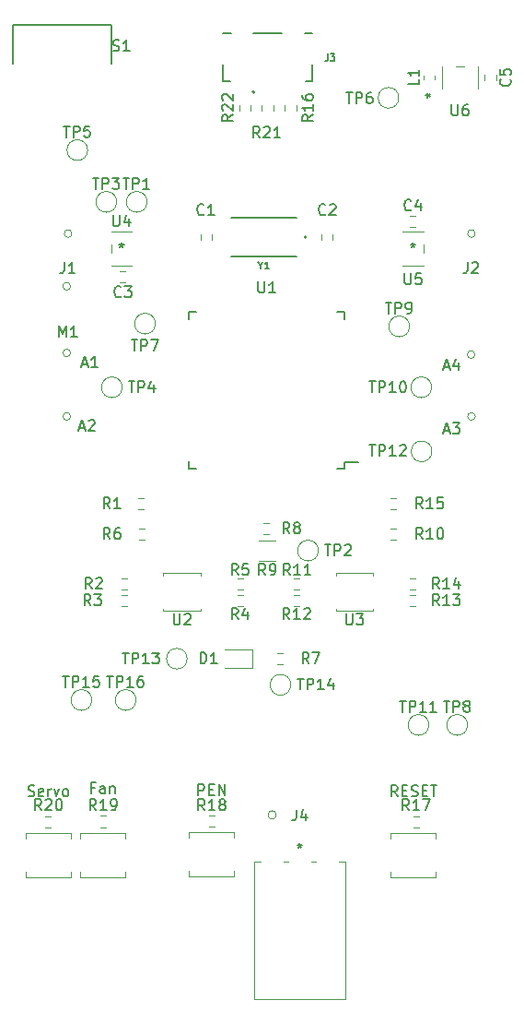
<source format=gbr>
%TF.GenerationSoftware,KiCad,Pcbnew,(6.0.6)*%
%TF.CreationDate,2022-08-01T23:51:54-07:00*%
%TF.ProjectId,Smart Floor Register,536d6172-7420-4466-9c6f-6f7220526567,rev?*%
%TF.SameCoordinates,Original*%
%TF.FileFunction,Legend,Top*%
%TF.FilePolarity,Positive*%
%FSLAX46Y46*%
G04 Gerber Fmt 4.6, Leading zero omitted, Abs format (unit mm)*
G04 Created by KiCad (PCBNEW (6.0.6)) date 2022-08-01 23:51:54*
%MOMM*%
%LPD*%
G01*
G04 APERTURE LIST*
%ADD10C,0.150000*%
%ADD11C,0.120000*%
%ADD12C,0.127000*%
%ADD13C,0.200000*%
G04 APERTURE END LIST*
D10*
%TO.C,R4*%
X121086231Y-122626380D02*
X120752898Y-122150190D01*
X120514802Y-122626380D02*
X120514802Y-121626380D01*
X120895755Y-121626380D01*
X120990993Y-121674000D01*
X121038612Y-121721619D01*
X121086231Y-121816857D01*
X121086231Y-121959714D01*
X121038612Y-122054952D01*
X120990993Y-122102571D01*
X120895755Y-122150190D01*
X120514802Y-122150190D01*
X121943374Y-121959714D02*
X121943374Y-122626380D01*
X121705278Y-121578761D02*
X121467183Y-122293047D01*
X122086231Y-122293047D01*
%TO.C,TP8*%
X139962095Y-130138380D02*
X140533523Y-130138380D01*
X140247809Y-131138380D02*
X140247809Y-130138380D01*
X140866857Y-131138380D02*
X140866857Y-130138380D01*
X141247809Y-130138380D01*
X141343047Y-130186000D01*
X141390666Y-130233619D01*
X141438285Y-130328857D01*
X141438285Y-130471714D01*
X141390666Y-130566952D01*
X141343047Y-130614571D01*
X141247809Y-130662190D01*
X140866857Y-130662190D01*
X142009714Y-130566952D02*
X141914476Y-130519333D01*
X141866857Y-130471714D01*
X141819238Y-130376476D01*
X141819238Y-130328857D01*
X141866857Y-130233619D01*
X141914476Y-130186000D01*
X142009714Y-130138380D01*
X142200190Y-130138380D01*
X142295428Y-130186000D01*
X142343047Y-130233619D01*
X142390666Y-130328857D01*
X142390666Y-130376476D01*
X142343047Y-130471714D01*
X142295428Y-130519333D01*
X142200190Y-130566952D01*
X142009714Y-130566952D01*
X141914476Y-130614571D01*
X141866857Y-130662190D01*
X141819238Y-130757428D01*
X141819238Y-130947904D01*
X141866857Y-131043142D01*
X141914476Y-131090761D01*
X142009714Y-131138380D01*
X142200190Y-131138380D01*
X142295428Y-131090761D01*
X142343047Y-131043142D01*
X142390666Y-130947904D01*
X142390666Y-130757428D01*
X142343047Y-130662190D01*
X142295428Y-130614571D01*
X142200190Y-130566952D01*
%TO.C,R12*%
X125804340Y-122626380D02*
X125471007Y-122150190D01*
X125232912Y-122626380D02*
X125232912Y-121626380D01*
X125613864Y-121626380D01*
X125709102Y-121674000D01*
X125756721Y-121721619D01*
X125804340Y-121816857D01*
X125804340Y-121959714D01*
X125756721Y-122054952D01*
X125709102Y-122102571D01*
X125613864Y-122150190D01*
X125232912Y-122150190D01*
X126756721Y-122626380D02*
X126185293Y-122626380D01*
X126471007Y-122626380D02*
X126471007Y-121626380D01*
X126375769Y-121769238D01*
X126280531Y-121864476D01*
X126185293Y-121912095D01*
X127137674Y-121721619D02*
X127185293Y-121674000D01*
X127280531Y-121626380D01*
X127518626Y-121626380D01*
X127613864Y-121674000D01*
X127661483Y-121721619D01*
X127709102Y-121816857D01*
X127709102Y-121912095D01*
X127661483Y-122054952D01*
X127090055Y-122626380D01*
X127709102Y-122626380D01*
%TO.C,R7*%
X127595333Y-126690380D02*
X127262000Y-126214190D01*
X127023904Y-126690380D02*
X127023904Y-125690380D01*
X127404857Y-125690380D01*
X127500095Y-125738000D01*
X127547714Y-125785619D01*
X127595333Y-125880857D01*
X127595333Y-126023714D01*
X127547714Y-126118952D01*
X127500095Y-126166571D01*
X127404857Y-126214190D01*
X127023904Y-126214190D01*
X127928666Y-125690380D02*
X128595333Y-125690380D01*
X128166761Y-126690380D01*
%TO.C,R8*%
X125817333Y-114752380D02*
X125484000Y-114276190D01*
X125245904Y-114752380D02*
X125245904Y-113752380D01*
X125626857Y-113752380D01*
X125722095Y-113800000D01*
X125769714Y-113847619D01*
X125817333Y-113942857D01*
X125817333Y-114085714D01*
X125769714Y-114180952D01*
X125722095Y-114228571D01*
X125626857Y-114276190D01*
X125245904Y-114276190D01*
X126388761Y-114180952D02*
X126293523Y-114133333D01*
X126245904Y-114085714D01*
X126198285Y-113990476D01*
X126198285Y-113942857D01*
X126245904Y-113847619D01*
X126293523Y-113800000D01*
X126388761Y-113752380D01*
X126579238Y-113752380D01*
X126674476Y-113800000D01*
X126722095Y-113847619D01*
X126769714Y-113942857D01*
X126769714Y-113990476D01*
X126722095Y-114085714D01*
X126674476Y-114133333D01*
X126579238Y-114180952D01*
X126388761Y-114180952D01*
X126293523Y-114228571D01*
X126245904Y-114276190D01*
X126198285Y-114371428D01*
X126198285Y-114561904D01*
X126245904Y-114657142D01*
X126293523Y-114704761D01*
X126388761Y-114752380D01*
X126579238Y-114752380D01*
X126674476Y-114704761D01*
X126722095Y-114657142D01*
X126769714Y-114561904D01*
X126769714Y-114371428D01*
X126722095Y-114276190D01*
X126674476Y-114228571D01*
X126579238Y-114180952D01*
%TO.C,TP13*%
X110436904Y-125702380D02*
X111008333Y-125702380D01*
X110722619Y-126702380D02*
X110722619Y-125702380D01*
X111341666Y-126702380D02*
X111341666Y-125702380D01*
X111722619Y-125702380D01*
X111817857Y-125750000D01*
X111865476Y-125797619D01*
X111913095Y-125892857D01*
X111913095Y-126035714D01*
X111865476Y-126130952D01*
X111817857Y-126178571D01*
X111722619Y-126226190D01*
X111341666Y-126226190D01*
X112865476Y-126702380D02*
X112294047Y-126702380D01*
X112579761Y-126702380D02*
X112579761Y-125702380D01*
X112484523Y-125845238D01*
X112389285Y-125940476D01*
X112294047Y-125988095D01*
X113198809Y-125702380D02*
X113817857Y-125702380D01*
X113484523Y-126083333D01*
X113627380Y-126083333D01*
X113722619Y-126130952D01*
X113770238Y-126178571D01*
X113817857Y-126273809D01*
X113817857Y-126511904D01*
X113770238Y-126607142D01*
X113722619Y-126654761D01*
X113627380Y-126702380D01*
X113341666Y-126702380D01*
X113246428Y-126654761D01*
X113198809Y-126607142D01*
%TO.C,R16*%
X127960380Y-76334857D02*
X127484190Y-76668190D01*
X127960380Y-76906285D02*
X126960380Y-76906285D01*
X126960380Y-76525333D01*
X127008000Y-76430095D01*
X127055619Y-76382476D01*
X127150857Y-76334857D01*
X127293714Y-76334857D01*
X127388952Y-76382476D01*
X127436571Y-76430095D01*
X127484190Y-76525333D01*
X127484190Y-76906285D01*
X127960380Y-75382476D02*
X127960380Y-75953904D01*
X127960380Y-75668190D02*
X126960380Y-75668190D01*
X127103238Y-75763428D01*
X127198476Y-75858666D01*
X127246095Y-75953904D01*
X126960380Y-74525333D02*
X126960380Y-74715809D01*
X127008000Y-74811047D01*
X127055619Y-74858666D01*
X127198476Y-74953904D01*
X127388952Y-75001523D01*
X127769904Y-75001523D01*
X127865142Y-74953904D01*
X127912761Y-74906285D01*
X127960380Y-74811047D01*
X127960380Y-74620571D01*
X127912761Y-74525333D01*
X127865142Y-74477714D01*
X127769904Y-74430095D01*
X127531809Y-74430095D01*
X127436571Y-74477714D01*
X127388952Y-74525333D01*
X127341333Y-74620571D01*
X127341333Y-74811047D01*
X127388952Y-74906285D01*
X127436571Y-74953904D01*
X127531809Y-75001523D01*
%TO.C,R13*%
X139565142Y-121356380D02*
X139231809Y-120880190D01*
X138993714Y-121356380D02*
X138993714Y-120356380D01*
X139374666Y-120356380D01*
X139469904Y-120404000D01*
X139517523Y-120451619D01*
X139565142Y-120546857D01*
X139565142Y-120689714D01*
X139517523Y-120784952D01*
X139469904Y-120832571D01*
X139374666Y-120880190D01*
X138993714Y-120880190D01*
X140517523Y-121356380D02*
X139946095Y-121356380D01*
X140231809Y-121356380D02*
X140231809Y-120356380D01*
X140136571Y-120499238D01*
X140041333Y-120594476D01*
X139946095Y-120642095D01*
X140850857Y-120356380D02*
X141469904Y-120356380D01*
X141136571Y-120737333D01*
X141279428Y-120737333D01*
X141374666Y-120784952D01*
X141422285Y-120832571D01*
X141469904Y-120927809D01*
X141469904Y-121165904D01*
X141422285Y-121261142D01*
X141374666Y-121308761D01*
X141279428Y-121356380D01*
X140993714Y-121356380D01*
X140898476Y-121308761D01*
X140850857Y-121261142D01*
%TO.C,TP11*%
X135929904Y-130138380D02*
X136501333Y-130138380D01*
X136215619Y-131138380D02*
X136215619Y-130138380D01*
X136834666Y-131138380D02*
X136834666Y-130138380D01*
X137215619Y-130138380D01*
X137310857Y-130186000D01*
X137358476Y-130233619D01*
X137406095Y-130328857D01*
X137406095Y-130471714D01*
X137358476Y-130566952D01*
X137310857Y-130614571D01*
X137215619Y-130662190D01*
X136834666Y-130662190D01*
X138358476Y-131138380D02*
X137787047Y-131138380D01*
X138072761Y-131138380D02*
X138072761Y-130138380D01*
X137977523Y-130281238D01*
X137882285Y-130376476D01*
X137787047Y-130424095D01*
X139310857Y-131138380D02*
X138739428Y-131138380D01*
X139025142Y-131138380D02*
X139025142Y-130138380D01*
X138929904Y-130281238D01*
X138834666Y-130376476D01*
X138739428Y-130424095D01*
%TO.C,S1*%
X109578532Y-70430183D02*
X109721494Y-70477837D01*
X109959763Y-70477837D01*
X110055071Y-70430183D01*
X110102725Y-70382529D01*
X110150379Y-70287221D01*
X110150379Y-70191913D01*
X110102725Y-70096605D01*
X110055071Y-70048951D01*
X109959763Y-70001298D01*
X109769148Y-69953644D01*
X109673840Y-69905990D01*
X109626186Y-69858336D01*
X109578532Y-69763028D01*
X109578532Y-69667720D01*
X109626186Y-69572412D01*
X109673840Y-69524759D01*
X109769148Y-69477105D01*
X110007417Y-69477105D01*
X110150379Y-69524759D01*
X111103457Y-70477837D02*
X110531610Y-70477837D01*
X110817534Y-70477837D02*
X110817534Y-69477105D01*
X110722226Y-69620066D01*
X110626918Y-69715374D01*
X110531610Y-69763028D01*
%TO.C,C5*%
X146059142Y-73064666D02*
X146106761Y-73112285D01*
X146154380Y-73255142D01*
X146154380Y-73350380D01*
X146106761Y-73493238D01*
X146011523Y-73588476D01*
X145916285Y-73636095D01*
X145725809Y-73683714D01*
X145582952Y-73683714D01*
X145392476Y-73636095D01*
X145297238Y-73588476D01*
X145202000Y-73493238D01*
X145154380Y-73350380D01*
X145154380Y-73255142D01*
X145202000Y-73112285D01*
X145249619Y-73064666D01*
X145154380Y-72159904D02*
X145154380Y-72636095D01*
X145630571Y-72683714D01*
X145582952Y-72636095D01*
X145535333Y-72540857D01*
X145535333Y-72302761D01*
X145582952Y-72207523D01*
X145630571Y-72159904D01*
X145725809Y-72112285D01*
X145963904Y-72112285D01*
X146059142Y-72159904D01*
X146106761Y-72207523D01*
X146154380Y-72302761D01*
X146154380Y-72540857D01*
X146106761Y-72636095D01*
X146059142Y-72683714D01*
%TO.C,TP2*%
X129040095Y-115784380D02*
X129611523Y-115784380D01*
X129325809Y-116784380D02*
X129325809Y-115784380D01*
X129944857Y-116784380D02*
X129944857Y-115784380D01*
X130325809Y-115784380D01*
X130421047Y-115832000D01*
X130468666Y-115879619D01*
X130516285Y-115974857D01*
X130516285Y-116117714D01*
X130468666Y-116212952D01*
X130421047Y-116260571D01*
X130325809Y-116308190D01*
X129944857Y-116308190D01*
X130897238Y-115879619D02*
X130944857Y-115832000D01*
X131040095Y-115784380D01*
X131278190Y-115784380D01*
X131373428Y-115832000D01*
X131421047Y-115879619D01*
X131468666Y-115974857D01*
X131468666Y-116070095D01*
X131421047Y-116212952D01*
X130849619Y-116784380D01*
X131468666Y-116784380D01*
%TO.C,C2*%
X129119333Y-85447142D02*
X129071714Y-85494761D01*
X128928857Y-85542380D01*
X128833619Y-85542380D01*
X128690761Y-85494761D01*
X128595523Y-85399523D01*
X128547904Y-85304285D01*
X128500285Y-85113809D01*
X128500285Y-84970952D01*
X128547904Y-84780476D01*
X128595523Y-84685238D01*
X128690761Y-84590000D01*
X128833619Y-84542380D01*
X128928857Y-84542380D01*
X129071714Y-84590000D01*
X129119333Y-84637619D01*
X129500285Y-84637619D02*
X129547904Y-84590000D01*
X129643142Y-84542380D01*
X129881238Y-84542380D01*
X129976476Y-84590000D01*
X130024095Y-84637619D01*
X130071714Y-84732857D01*
X130071714Y-84828095D01*
X130024095Y-84970952D01*
X129452666Y-85542380D01*
X130071714Y-85542380D01*
%TO.C,R11*%
X125849142Y-118562380D02*
X125515809Y-118086190D01*
X125277714Y-118562380D02*
X125277714Y-117562380D01*
X125658666Y-117562380D01*
X125753904Y-117610000D01*
X125801523Y-117657619D01*
X125849142Y-117752857D01*
X125849142Y-117895714D01*
X125801523Y-117990952D01*
X125753904Y-118038571D01*
X125658666Y-118086190D01*
X125277714Y-118086190D01*
X126801523Y-118562380D02*
X126230095Y-118562380D01*
X126515809Y-118562380D02*
X126515809Y-117562380D01*
X126420571Y-117705238D01*
X126325333Y-117800476D01*
X126230095Y-117848095D01*
X127753904Y-118562380D02*
X127182476Y-118562380D01*
X127468190Y-118562380D02*
X127468190Y-117562380D01*
X127372952Y-117705238D01*
X127277714Y-117800476D01*
X127182476Y-117848095D01*
%TO.C,R22*%
X120594380Y-76334857D02*
X120118190Y-76668190D01*
X120594380Y-76906285D02*
X119594380Y-76906285D01*
X119594380Y-76525333D01*
X119642000Y-76430095D01*
X119689619Y-76382476D01*
X119784857Y-76334857D01*
X119927714Y-76334857D01*
X120022952Y-76382476D01*
X120070571Y-76430095D01*
X120118190Y-76525333D01*
X120118190Y-76906285D01*
X119689619Y-75953904D02*
X119642000Y-75906285D01*
X119594380Y-75811047D01*
X119594380Y-75572952D01*
X119642000Y-75477714D01*
X119689619Y-75430095D01*
X119784857Y-75382476D01*
X119880095Y-75382476D01*
X120022952Y-75430095D01*
X120594380Y-76001523D01*
X120594380Y-75382476D01*
X119689619Y-75001523D02*
X119642000Y-74953904D01*
X119594380Y-74858666D01*
X119594380Y-74620571D01*
X119642000Y-74525333D01*
X119689619Y-74477714D01*
X119784857Y-74430095D01*
X119880095Y-74430095D01*
X120022952Y-74477714D01*
X120594380Y-75049142D01*
X120594380Y-74430095D01*
%TO.C,L1*%
X137706380Y-73064666D02*
X137706380Y-73540857D01*
X136706380Y-73540857D01*
X137706380Y-72207523D02*
X137706380Y-72778952D01*
X137706380Y-72493238D02*
X136706380Y-72493238D01*
X136849238Y-72588476D01*
X136944476Y-72683714D01*
X136992095Y-72778952D01*
%TO.C,C4*%
X136993333Y-85033142D02*
X136945714Y-85080761D01*
X136802857Y-85128380D01*
X136707619Y-85128380D01*
X136564761Y-85080761D01*
X136469523Y-84985523D01*
X136421904Y-84890285D01*
X136374285Y-84699809D01*
X136374285Y-84556952D01*
X136421904Y-84366476D01*
X136469523Y-84271238D01*
X136564761Y-84176000D01*
X136707619Y-84128380D01*
X136802857Y-84128380D01*
X136945714Y-84176000D01*
X136993333Y-84223619D01*
X137850476Y-84461714D02*
X137850476Y-85128380D01*
X137612380Y-84080761D02*
X137374285Y-84795047D01*
X137993333Y-84795047D01*
%TO.C,A4*%
X140001714Y-99480666D02*
X140477904Y-99480666D01*
X139906476Y-99766380D02*
X140239809Y-98766380D01*
X140573142Y-99766380D01*
X141335047Y-99099714D02*
X141335047Y-99766380D01*
X141096952Y-98718761D02*
X140858857Y-99433047D01*
X141477904Y-99433047D01*
%TO.C,R9*%
X123583333Y-118562380D02*
X123250000Y-118086190D01*
X123011904Y-118562380D02*
X123011904Y-117562380D01*
X123392857Y-117562380D01*
X123488095Y-117610000D01*
X123535714Y-117657619D01*
X123583333Y-117752857D01*
X123583333Y-117895714D01*
X123535714Y-117990952D01*
X123488095Y-118038571D01*
X123392857Y-118086190D01*
X123011904Y-118086190D01*
X124059523Y-118562380D02*
X124250000Y-118562380D01*
X124345238Y-118514761D01*
X124392857Y-118467142D01*
X124488095Y-118324285D01*
X124535714Y-118133809D01*
X124535714Y-117752857D01*
X124488095Y-117657619D01*
X124440476Y-117610000D01*
X124345238Y-117562380D01*
X124154761Y-117562380D01*
X124059523Y-117610000D01*
X124011904Y-117657619D01*
X123964285Y-117752857D01*
X123964285Y-117990952D01*
X124011904Y-118086190D01*
X124059523Y-118133809D01*
X124154761Y-118181428D01*
X124345238Y-118181428D01*
X124440476Y-118133809D01*
X124488095Y-118086190D01*
X124535714Y-117990952D01*
%TO.C,D1*%
X117625904Y-126690380D02*
X117625904Y-125690380D01*
X117864000Y-125690380D01*
X118006857Y-125738000D01*
X118102095Y-125833238D01*
X118149714Y-125928476D01*
X118197333Y-126118952D01*
X118197333Y-126261809D01*
X118149714Y-126452285D01*
X118102095Y-126547523D01*
X118006857Y-126642761D01*
X117864000Y-126690380D01*
X117625904Y-126690380D01*
X119149714Y-126690380D02*
X118578285Y-126690380D01*
X118864000Y-126690380D02*
X118864000Y-125690380D01*
X118768761Y-125833238D01*
X118673523Y-125928476D01*
X118578285Y-125976095D01*
%TO.C,TP1*%
X110498095Y-82132380D02*
X111069523Y-82132380D01*
X110783809Y-83132380D02*
X110783809Y-82132380D01*
X111402857Y-83132380D02*
X111402857Y-82132380D01*
X111783809Y-82132380D01*
X111879047Y-82180000D01*
X111926666Y-82227619D01*
X111974285Y-82322857D01*
X111974285Y-82465714D01*
X111926666Y-82560952D01*
X111879047Y-82608571D01*
X111783809Y-82656190D01*
X111402857Y-82656190D01*
X112926666Y-83132380D02*
X112355238Y-83132380D01*
X112640952Y-83132380D02*
X112640952Y-82132380D01*
X112545714Y-82275238D01*
X112450476Y-82370476D01*
X112355238Y-82418095D01*
%TO.C,A1*%
X106727714Y-99226666D02*
X107203904Y-99226666D01*
X106632476Y-99512380D02*
X106965809Y-98512380D01*
X107299142Y-99512380D01*
X108156285Y-99512380D02*
X107584857Y-99512380D01*
X107870571Y-99512380D02*
X107870571Y-98512380D01*
X107775333Y-98655238D01*
X107680095Y-98750476D01*
X107584857Y-98798095D01*
%TO.C,TP6*%
X131013095Y-74277380D02*
X131584523Y-74277380D01*
X131298809Y-75277380D02*
X131298809Y-74277380D01*
X131917857Y-75277380D02*
X131917857Y-74277380D01*
X132298809Y-74277380D01*
X132394047Y-74325000D01*
X132441666Y-74372619D01*
X132489285Y-74467857D01*
X132489285Y-74610714D01*
X132441666Y-74705952D01*
X132394047Y-74753571D01*
X132298809Y-74801190D01*
X131917857Y-74801190D01*
X133346428Y-74277380D02*
X133155952Y-74277380D01*
X133060714Y-74325000D01*
X133013095Y-74372619D01*
X132917857Y-74515476D01*
X132870238Y-74705952D01*
X132870238Y-75086904D01*
X132917857Y-75182142D01*
X132965476Y-75229761D01*
X133060714Y-75277380D01*
X133251190Y-75277380D01*
X133346428Y-75229761D01*
X133394047Y-75182142D01*
X133441666Y-75086904D01*
X133441666Y-74848809D01*
X133394047Y-74753571D01*
X133346428Y-74705952D01*
X133251190Y-74658333D01*
X133060714Y-74658333D01*
X132965476Y-74705952D01*
X132917857Y-74753571D01*
X132870238Y-74848809D01*
%TO.C,U4*%
X109588395Y-85558380D02*
X109588395Y-86367904D01*
X109636014Y-86463142D01*
X109683633Y-86510761D01*
X109778871Y-86558380D01*
X109969347Y-86558380D01*
X110064585Y-86510761D01*
X110112204Y-86463142D01*
X110159823Y-86367904D01*
X110159823Y-85558380D01*
X111064585Y-85891714D02*
X111064585Y-86558380D01*
X110826490Y-85510761D02*
X110588395Y-86225047D01*
X111207442Y-86225047D01*
X110350300Y-88098380D02*
X110350300Y-88336476D01*
X110112204Y-88241238D02*
X110350300Y-88336476D01*
X110588395Y-88241238D01*
X110207442Y-88526952D02*
X110350300Y-88336476D01*
X110493157Y-88526952D01*
%TO.C,J1*%
X105076666Y-89876380D02*
X105076666Y-90590666D01*
X105029047Y-90733523D01*
X104933809Y-90828761D01*
X104790952Y-90876380D01*
X104695714Y-90876380D01*
X106076666Y-90876380D02*
X105505238Y-90876380D01*
X105790952Y-90876380D02*
X105790952Y-89876380D01*
X105695714Y-90019238D01*
X105600476Y-90114476D01*
X105505238Y-90162095D01*
%TO.C,U3*%
X131019293Y-122134380D02*
X131019293Y-122943904D01*
X131066912Y-123039142D01*
X131114531Y-123086761D01*
X131209769Y-123134380D01*
X131400245Y-123134380D01*
X131495483Y-123086761D01*
X131543102Y-123039142D01*
X131590721Y-122943904D01*
X131590721Y-122134380D01*
X131971674Y-122134380D02*
X132590721Y-122134380D01*
X132257388Y-122515333D01*
X132400245Y-122515333D01*
X132495483Y-122562952D01*
X132543102Y-122610571D01*
X132590721Y-122705809D01*
X132590721Y-122943904D01*
X132543102Y-123039142D01*
X132495483Y-123086761D01*
X132400245Y-123134380D01*
X132114531Y-123134380D01*
X132019293Y-123086761D01*
X131971674Y-123039142D01*
%TO.C,TP3*%
X107704095Y-82132380D02*
X108275523Y-82132380D01*
X107989809Y-83132380D02*
X107989809Y-82132380D01*
X108608857Y-83132380D02*
X108608857Y-82132380D01*
X108989809Y-82132380D01*
X109085047Y-82180000D01*
X109132666Y-82227619D01*
X109180285Y-82322857D01*
X109180285Y-82465714D01*
X109132666Y-82560952D01*
X109085047Y-82608571D01*
X108989809Y-82656190D01*
X108608857Y-82656190D01*
X109513619Y-82132380D02*
X110132666Y-82132380D01*
X109799333Y-82513333D01*
X109942190Y-82513333D01*
X110037428Y-82560952D01*
X110085047Y-82608571D01*
X110132666Y-82703809D01*
X110132666Y-82941904D01*
X110085047Y-83037142D01*
X110037428Y-83084761D01*
X109942190Y-83132380D01*
X109656476Y-83132380D01*
X109561238Y-83084761D01*
X109513619Y-83037142D01*
%TO.C,J3*%
X129326605Y-70749423D02*
X129326605Y-71206697D01*
X129296120Y-71298151D01*
X129235150Y-71359121D01*
X129143696Y-71389606D01*
X129082726Y-71389606D01*
X129570484Y-70749423D02*
X129966788Y-70749423D01*
X129753394Y-70993302D01*
X129844849Y-70993302D01*
X129905818Y-71023787D01*
X129936303Y-71054272D01*
X129966788Y-71115242D01*
X129966788Y-71267666D01*
X129936303Y-71328636D01*
X129905818Y-71359121D01*
X129844849Y-71389606D01*
X129661939Y-71389606D01*
X129600969Y-71359121D01*
X129570484Y-71328636D01*
%TO.C,SW2*%
X117411904Y-138797380D02*
X117411904Y-137797380D01*
X117792857Y-137797380D01*
X117888095Y-137845000D01*
X117935714Y-137892619D01*
X117983333Y-137987857D01*
X117983333Y-138130714D01*
X117935714Y-138225952D01*
X117888095Y-138273571D01*
X117792857Y-138321190D01*
X117411904Y-138321190D01*
X118411904Y-138273571D02*
X118745238Y-138273571D01*
X118888095Y-138797380D02*
X118411904Y-138797380D01*
X118411904Y-137797380D01*
X118888095Y-137797380D01*
X119316666Y-138797380D02*
X119316666Y-137797380D01*
X119888095Y-138797380D01*
X119888095Y-137797380D01*
%TO.C,U6*%
X140716095Y-75398380D02*
X140716095Y-76207904D01*
X140763714Y-76303142D01*
X140811333Y-76350761D01*
X140906571Y-76398380D01*
X141097047Y-76398380D01*
X141192285Y-76350761D01*
X141239904Y-76303142D01*
X141287523Y-76207904D01*
X141287523Y-75398380D01*
X142192285Y-75398380D02*
X142001809Y-75398380D01*
X141906571Y-75446000D01*
X141858952Y-75493619D01*
X141763714Y-75636476D01*
X141716095Y-75826952D01*
X141716095Y-76207904D01*
X141763714Y-76303142D01*
X141811333Y-76350761D01*
X141906571Y-76398380D01*
X142097047Y-76398380D01*
X142192285Y-76350761D01*
X142239904Y-76303142D01*
X142287523Y-76207904D01*
X142287523Y-75969809D01*
X142239904Y-75874571D01*
X142192285Y-75826952D01*
X142097047Y-75779333D01*
X141906571Y-75779333D01*
X141811333Y-75826952D01*
X141763714Y-75874571D01*
X141716095Y-75969809D01*
X138329420Y-74549000D02*
X138567516Y-74549000D01*
X138472278Y-74787095D02*
X138567516Y-74549000D01*
X138472278Y-74310904D01*
X138757992Y-74691857D02*
X138567516Y-74549000D01*
X138757992Y-74406142D01*
%TO.C,TP12*%
X133135904Y-106640380D02*
X133707333Y-106640380D01*
X133421619Y-107640380D02*
X133421619Y-106640380D01*
X134040666Y-107640380D02*
X134040666Y-106640380D01*
X134421619Y-106640380D01*
X134516857Y-106688000D01*
X134564476Y-106735619D01*
X134612095Y-106830857D01*
X134612095Y-106973714D01*
X134564476Y-107068952D01*
X134516857Y-107116571D01*
X134421619Y-107164190D01*
X134040666Y-107164190D01*
X135564476Y-107640380D02*
X134993047Y-107640380D01*
X135278761Y-107640380D02*
X135278761Y-106640380D01*
X135183523Y-106783238D01*
X135088285Y-106878476D01*
X134993047Y-106926095D01*
X135945428Y-106735619D02*
X135993047Y-106688000D01*
X136088285Y-106640380D01*
X136326380Y-106640380D01*
X136421619Y-106688000D01*
X136469238Y-106735619D01*
X136516857Y-106830857D01*
X136516857Y-106926095D01*
X136469238Y-107068952D01*
X135897809Y-107640380D01*
X136516857Y-107640380D01*
%TO.C,TP5*%
X105038095Y-77379380D02*
X105609523Y-77379380D01*
X105323809Y-78379380D02*
X105323809Y-77379380D01*
X105942857Y-78379380D02*
X105942857Y-77379380D01*
X106323809Y-77379380D01*
X106419047Y-77427000D01*
X106466666Y-77474619D01*
X106514285Y-77569857D01*
X106514285Y-77712714D01*
X106466666Y-77807952D01*
X106419047Y-77855571D01*
X106323809Y-77903190D01*
X105942857Y-77903190D01*
X107419047Y-77379380D02*
X106942857Y-77379380D01*
X106895238Y-77855571D01*
X106942857Y-77807952D01*
X107038095Y-77760333D01*
X107276190Y-77760333D01*
X107371428Y-77807952D01*
X107419047Y-77855571D01*
X107466666Y-77950809D01*
X107466666Y-78188904D01*
X107419047Y-78284142D01*
X107371428Y-78331761D01*
X107276190Y-78379380D01*
X107038095Y-78379380D01*
X106942857Y-78331761D01*
X106895238Y-78284142D01*
%TO.C,U2*%
X115156993Y-122134380D02*
X115156993Y-122943904D01*
X115204612Y-123039142D01*
X115252231Y-123086761D01*
X115347469Y-123134380D01*
X115537945Y-123134380D01*
X115633183Y-123086761D01*
X115680802Y-123039142D01*
X115728421Y-122943904D01*
X115728421Y-122134380D01*
X116156993Y-122229619D02*
X116204612Y-122182000D01*
X116299850Y-122134380D01*
X116537945Y-122134380D01*
X116633183Y-122182000D01*
X116680802Y-122229619D01*
X116728421Y-122324857D01*
X116728421Y-122420095D01*
X116680802Y-122562952D01*
X116109374Y-123134380D01*
X116728421Y-123134380D01*
%TO.C,C1*%
X117943333Y-85447142D02*
X117895714Y-85494761D01*
X117752857Y-85542380D01*
X117657619Y-85542380D01*
X117514761Y-85494761D01*
X117419523Y-85399523D01*
X117371904Y-85304285D01*
X117324285Y-85113809D01*
X117324285Y-84970952D01*
X117371904Y-84780476D01*
X117419523Y-84685238D01*
X117514761Y-84590000D01*
X117657619Y-84542380D01*
X117752857Y-84542380D01*
X117895714Y-84590000D01*
X117943333Y-84637619D01*
X118895714Y-85542380D02*
X118324285Y-85542380D01*
X118610000Y-85542380D02*
X118610000Y-84542380D01*
X118514761Y-84685238D01*
X118419523Y-84780476D01*
X118324285Y-84828095D01*
%TO.C,TP4*%
X111006095Y-100798380D02*
X111577523Y-100798380D01*
X111291809Y-101798380D02*
X111291809Y-100798380D01*
X111910857Y-101798380D02*
X111910857Y-100798380D01*
X112291809Y-100798380D01*
X112387047Y-100846000D01*
X112434666Y-100893619D01*
X112482285Y-100988857D01*
X112482285Y-101131714D01*
X112434666Y-101226952D01*
X112387047Y-101274571D01*
X112291809Y-101322190D01*
X111910857Y-101322190D01*
X113339428Y-101131714D02*
X113339428Y-101798380D01*
X113101333Y-100750761D02*
X112863238Y-101465047D01*
X113482285Y-101465047D01*
%TO.C,TP16*%
X109005904Y-127852380D02*
X109577333Y-127852380D01*
X109291619Y-128852380D02*
X109291619Y-127852380D01*
X109910666Y-128852380D02*
X109910666Y-127852380D01*
X110291619Y-127852380D01*
X110386857Y-127900000D01*
X110434476Y-127947619D01*
X110482095Y-128042857D01*
X110482095Y-128185714D01*
X110434476Y-128280952D01*
X110386857Y-128328571D01*
X110291619Y-128376190D01*
X109910666Y-128376190D01*
X111434476Y-128852380D02*
X110863047Y-128852380D01*
X111148761Y-128852380D02*
X111148761Y-127852380D01*
X111053523Y-127995238D01*
X110958285Y-128090476D01*
X110863047Y-128138095D01*
X112291619Y-127852380D02*
X112101142Y-127852380D01*
X112005904Y-127900000D01*
X111958285Y-127947619D01*
X111863047Y-128090476D01*
X111815428Y-128280952D01*
X111815428Y-128661904D01*
X111863047Y-128757142D01*
X111910666Y-128804761D01*
X112005904Y-128852380D01*
X112196380Y-128852380D01*
X112291619Y-128804761D01*
X112339238Y-128757142D01*
X112386857Y-128661904D01*
X112386857Y-128423809D01*
X112339238Y-128328571D01*
X112291619Y-128280952D01*
X112196380Y-128233333D01*
X112005904Y-128233333D01*
X111910666Y-128280952D01*
X111863047Y-128328571D01*
X111815428Y-128423809D01*
%TO.C,R2*%
X107624231Y-119832380D02*
X107290898Y-119356190D01*
X107052802Y-119832380D02*
X107052802Y-118832380D01*
X107433755Y-118832380D01*
X107528993Y-118880000D01*
X107576612Y-118927619D01*
X107624231Y-119022857D01*
X107624231Y-119165714D01*
X107576612Y-119260952D01*
X107528993Y-119308571D01*
X107433755Y-119356190D01*
X107052802Y-119356190D01*
X108005183Y-118927619D02*
X108052802Y-118880000D01*
X108148040Y-118832380D01*
X108386136Y-118832380D01*
X108481374Y-118880000D01*
X108528993Y-118927619D01*
X108576612Y-119022857D01*
X108576612Y-119118095D01*
X108528993Y-119260952D01*
X107957564Y-119832380D01*
X108576612Y-119832380D01*
%TO.C,R17*%
X136799392Y-140152380D02*
X136466059Y-139676190D01*
X136227964Y-140152380D02*
X136227964Y-139152380D01*
X136608916Y-139152380D01*
X136704154Y-139200000D01*
X136751773Y-139247619D01*
X136799392Y-139342857D01*
X136799392Y-139485714D01*
X136751773Y-139580952D01*
X136704154Y-139628571D01*
X136608916Y-139676190D01*
X136227964Y-139676190D01*
X137751773Y-140152380D02*
X137180345Y-140152380D01*
X137466059Y-140152380D02*
X137466059Y-139152380D01*
X137370821Y-139295238D01*
X137275583Y-139390476D01*
X137180345Y-139438095D01*
X138085107Y-139152380D02*
X138751773Y-139152380D01*
X138323202Y-140152380D01*
%TO.C,R19*%
X108023143Y-140152380D02*
X107689810Y-139676190D01*
X107451715Y-140152380D02*
X107451715Y-139152380D01*
X107832667Y-139152380D01*
X107927905Y-139200000D01*
X107975524Y-139247619D01*
X108023143Y-139342857D01*
X108023143Y-139485714D01*
X107975524Y-139580952D01*
X107927905Y-139628571D01*
X107832667Y-139676190D01*
X107451715Y-139676190D01*
X108975524Y-140152380D02*
X108404096Y-140152380D01*
X108689810Y-140152380D02*
X108689810Y-139152380D01*
X108594572Y-139295238D01*
X108499334Y-139390476D01*
X108404096Y-139438095D01*
X109451715Y-140152380D02*
X109642191Y-140152380D01*
X109737429Y-140104761D01*
X109785048Y-140057142D01*
X109880286Y-139914285D01*
X109927905Y-139723809D01*
X109927905Y-139342857D01*
X109880286Y-139247619D01*
X109832667Y-139200000D01*
X109737429Y-139152380D01*
X109546953Y-139152380D01*
X109451715Y-139200000D01*
X109404096Y-139247619D01*
X109356477Y-139342857D01*
X109356477Y-139580952D01*
X109404096Y-139676190D01*
X109451715Y-139723809D01*
X109546953Y-139771428D01*
X109737429Y-139771428D01*
X109832667Y-139723809D01*
X109880286Y-139676190D01*
X109927905Y-139580952D01*
%TO.C,R14*%
X139565142Y-119832380D02*
X139231809Y-119356190D01*
X138993714Y-119832380D02*
X138993714Y-118832380D01*
X139374666Y-118832380D01*
X139469904Y-118880000D01*
X139517523Y-118927619D01*
X139565142Y-119022857D01*
X139565142Y-119165714D01*
X139517523Y-119260952D01*
X139469904Y-119308571D01*
X139374666Y-119356190D01*
X138993714Y-119356190D01*
X140517523Y-119832380D02*
X139946095Y-119832380D01*
X140231809Y-119832380D02*
X140231809Y-118832380D01*
X140136571Y-118975238D01*
X140041333Y-119070476D01*
X139946095Y-119118095D01*
X141374666Y-119165714D02*
X141374666Y-119832380D01*
X141136571Y-118784761D02*
X140898476Y-119499047D01*
X141517523Y-119499047D01*
%TO.C,Y1*%
X123138462Y-90154723D02*
X123138462Y-90460260D01*
X122924586Y-89818632D02*
X123138462Y-90154723D01*
X123352338Y-89818632D01*
X123902305Y-90460260D02*
X123535661Y-90460260D01*
X123718983Y-90460260D02*
X123718983Y-89818632D01*
X123657876Y-89910293D01*
X123596768Y-89971400D01*
X123535661Y-90001954D01*
%TO.C,J2*%
X142160666Y-89876380D02*
X142160666Y-90590666D01*
X142113047Y-90733523D01*
X142017809Y-90828761D01*
X141874952Y-90876380D01*
X141779714Y-90876380D01*
X142589238Y-89971619D02*
X142636857Y-89924000D01*
X142732095Y-89876380D01*
X142970190Y-89876380D01*
X143065428Y-89924000D01*
X143113047Y-89971619D01*
X143160666Y-90066857D01*
X143160666Y-90162095D01*
X143113047Y-90304952D01*
X142541619Y-90876380D01*
X143160666Y-90876380D01*
%TO.C,A3*%
X140001714Y-105322666D02*
X140477904Y-105322666D01*
X139906476Y-105608380D02*
X140239809Y-104608380D01*
X140573142Y-105608380D01*
X140811238Y-104608380D02*
X141430285Y-104608380D01*
X141096952Y-104989333D01*
X141239809Y-104989333D01*
X141335047Y-105036952D01*
X141382666Y-105084571D01*
X141430285Y-105179809D01*
X141430285Y-105417904D01*
X141382666Y-105513142D01*
X141335047Y-105560761D01*
X141239809Y-105608380D01*
X140954095Y-105608380D01*
X140858857Y-105560761D01*
X140811238Y-105513142D01*
%TO.C,J4*%
X126412666Y-140108380D02*
X126412666Y-140822666D01*
X126365047Y-140965523D01*
X126269809Y-141060761D01*
X126126952Y-141108380D01*
X126031714Y-141108380D01*
X127317428Y-140441714D02*
X127317428Y-141108380D01*
X127079333Y-140060761D02*
X126841238Y-140775047D01*
X127460285Y-140775047D01*
X126746000Y-143216380D02*
X126746000Y-143454476D01*
X126507904Y-143359238D02*
X126746000Y-143454476D01*
X126984095Y-143359238D01*
X126603142Y-143644952D02*
X126746000Y-143454476D01*
X126888857Y-143644952D01*
%TO.C,M1*%
X104600476Y-96718380D02*
X104600476Y-95718380D01*
X104933809Y-96432666D01*
X105267142Y-95718380D01*
X105267142Y-96718380D01*
X106267142Y-96718380D02*
X105695714Y-96718380D01*
X105981428Y-96718380D02*
X105981428Y-95718380D01*
X105886190Y-95861238D01*
X105790952Y-95956476D01*
X105695714Y-96004095D01*
%TO.C,R21*%
X123055142Y-78430380D02*
X122721809Y-77954190D01*
X122483714Y-78430380D02*
X122483714Y-77430380D01*
X122864666Y-77430380D01*
X122959904Y-77478000D01*
X123007523Y-77525619D01*
X123055142Y-77620857D01*
X123055142Y-77763714D01*
X123007523Y-77858952D01*
X122959904Y-77906571D01*
X122864666Y-77954190D01*
X122483714Y-77954190D01*
X123436095Y-77525619D02*
X123483714Y-77478000D01*
X123578952Y-77430380D01*
X123817047Y-77430380D01*
X123912285Y-77478000D01*
X123959904Y-77525619D01*
X124007523Y-77620857D01*
X124007523Y-77716095D01*
X123959904Y-77858952D01*
X123388476Y-78430380D01*
X124007523Y-78430380D01*
X124959904Y-78430380D02*
X124388476Y-78430380D01*
X124674190Y-78430380D02*
X124674190Y-77430380D01*
X124578952Y-77573238D01*
X124483714Y-77668476D01*
X124388476Y-77716095D01*
%TO.C,SW1*%
X135735869Y-138882380D02*
X135402535Y-138406190D01*
X135164440Y-138882380D02*
X135164440Y-137882380D01*
X135545392Y-137882380D01*
X135640630Y-137930000D01*
X135688250Y-137977619D01*
X135735869Y-138072857D01*
X135735869Y-138215714D01*
X135688250Y-138310952D01*
X135640630Y-138358571D01*
X135545392Y-138406190D01*
X135164440Y-138406190D01*
X136164440Y-138358571D02*
X136497773Y-138358571D01*
X136640630Y-138882380D02*
X136164440Y-138882380D01*
X136164440Y-137882380D01*
X136640630Y-137882380D01*
X137021583Y-138834761D02*
X137164440Y-138882380D01*
X137402535Y-138882380D01*
X137497773Y-138834761D01*
X137545392Y-138787142D01*
X137593011Y-138691904D01*
X137593011Y-138596666D01*
X137545392Y-138501428D01*
X137497773Y-138453809D01*
X137402535Y-138406190D01*
X137212059Y-138358571D01*
X137116821Y-138310952D01*
X137069202Y-138263333D01*
X137021583Y-138168095D01*
X137021583Y-138072857D01*
X137069202Y-137977619D01*
X137116821Y-137930000D01*
X137212059Y-137882380D01*
X137450154Y-137882380D01*
X137593011Y-137930000D01*
X138021583Y-138358571D02*
X138354916Y-138358571D01*
X138497773Y-138882380D02*
X138021583Y-138882380D01*
X138021583Y-137882380D01*
X138497773Y-137882380D01*
X138783488Y-137882380D02*
X139354916Y-137882380D01*
X139069202Y-138882380D02*
X139069202Y-137882380D01*
%TO.C,R10*%
X138041142Y-115260380D02*
X137707809Y-114784190D01*
X137469714Y-115260380D02*
X137469714Y-114260380D01*
X137850666Y-114260380D01*
X137945904Y-114308000D01*
X137993523Y-114355619D01*
X138041142Y-114450857D01*
X138041142Y-114593714D01*
X137993523Y-114688952D01*
X137945904Y-114736571D01*
X137850666Y-114784190D01*
X137469714Y-114784190D01*
X138993523Y-115260380D02*
X138422095Y-115260380D01*
X138707809Y-115260380D02*
X138707809Y-114260380D01*
X138612571Y-114403238D01*
X138517333Y-114498476D01*
X138422095Y-114546095D01*
X139612571Y-114260380D02*
X139707809Y-114260380D01*
X139803047Y-114308000D01*
X139850666Y-114355619D01*
X139898285Y-114450857D01*
X139945904Y-114641333D01*
X139945904Y-114879428D01*
X139898285Y-115069904D01*
X139850666Y-115165142D01*
X139803047Y-115212761D01*
X139707809Y-115260380D01*
X139612571Y-115260380D01*
X139517333Y-115212761D01*
X139469714Y-115165142D01*
X139422095Y-115069904D01*
X139374476Y-114879428D01*
X139374476Y-114641333D01*
X139422095Y-114450857D01*
X139469714Y-114355619D01*
X139517333Y-114308000D01*
X139612571Y-114260380D01*
%TO.C,R15*%
X138041142Y-112466380D02*
X137707809Y-111990190D01*
X137469714Y-112466380D02*
X137469714Y-111466380D01*
X137850666Y-111466380D01*
X137945904Y-111514000D01*
X137993523Y-111561619D01*
X138041142Y-111656857D01*
X138041142Y-111799714D01*
X137993523Y-111894952D01*
X137945904Y-111942571D01*
X137850666Y-111990190D01*
X137469714Y-111990190D01*
X138993523Y-112466380D02*
X138422095Y-112466380D01*
X138707809Y-112466380D02*
X138707809Y-111466380D01*
X138612571Y-111609238D01*
X138517333Y-111704476D01*
X138422095Y-111752095D01*
X139898285Y-111466380D02*
X139422095Y-111466380D01*
X139374476Y-111942571D01*
X139422095Y-111894952D01*
X139517333Y-111847333D01*
X139755428Y-111847333D01*
X139850666Y-111894952D01*
X139898285Y-111942571D01*
X139945904Y-112037809D01*
X139945904Y-112275904D01*
X139898285Y-112371142D01*
X139850666Y-112418761D01*
X139755428Y-112466380D01*
X139517333Y-112466380D01*
X139422095Y-112418761D01*
X139374476Y-112371142D01*
%TO.C,R3*%
X107529333Y-121356380D02*
X107196000Y-120880190D01*
X106957904Y-121356380D02*
X106957904Y-120356380D01*
X107338857Y-120356380D01*
X107434095Y-120404000D01*
X107481714Y-120451619D01*
X107529333Y-120546857D01*
X107529333Y-120689714D01*
X107481714Y-120784952D01*
X107434095Y-120832571D01*
X107338857Y-120880190D01*
X106957904Y-120880190D01*
X107862666Y-120356380D02*
X108481714Y-120356380D01*
X108148380Y-120737333D01*
X108291238Y-120737333D01*
X108386476Y-120784952D01*
X108434095Y-120832571D01*
X108481714Y-120927809D01*
X108481714Y-121165904D01*
X108434095Y-121261142D01*
X108386476Y-121308761D01*
X108291238Y-121356380D01*
X108005523Y-121356380D01*
X107910285Y-121308761D01*
X107862666Y-121261142D01*
%TO.C,R20*%
X102989142Y-140152380D02*
X102655809Y-139676190D01*
X102417714Y-140152380D02*
X102417714Y-139152380D01*
X102798666Y-139152380D01*
X102893904Y-139200000D01*
X102941523Y-139247619D01*
X102989142Y-139342857D01*
X102989142Y-139485714D01*
X102941523Y-139580952D01*
X102893904Y-139628571D01*
X102798666Y-139676190D01*
X102417714Y-139676190D01*
X103370095Y-139247619D02*
X103417714Y-139200000D01*
X103512952Y-139152380D01*
X103751047Y-139152380D01*
X103846285Y-139200000D01*
X103893904Y-139247619D01*
X103941523Y-139342857D01*
X103941523Y-139438095D01*
X103893904Y-139580952D01*
X103322476Y-140152380D01*
X103941523Y-140152380D01*
X104560571Y-139152380D02*
X104655809Y-139152380D01*
X104751047Y-139200000D01*
X104798666Y-139247619D01*
X104846285Y-139342857D01*
X104893904Y-139533333D01*
X104893904Y-139771428D01*
X104846285Y-139961904D01*
X104798666Y-140057142D01*
X104751047Y-140104761D01*
X104655809Y-140152380D01*
X104560571Y-140152380D01*
X104465333Y-140104761D01*
X104417714Y-140057142D01*
X104370095Y-139961904D01*
X104322476Y-139771428D01*
X104322476Y-139533333D01*
X104370095Y-139342857D01*
X104417714Y-139247619D01*
X104465333Y-139200000D01*
X104560571Y-139152380D01*
%TO.C,TP15*%
X104941904Y-127852380D02*
X105513333Y-127852380D01*
X105227619Y-128852380D02*
X105227619Y-127852380D01*
X105846666Y-128852380D02*
X105846666Y-127852380D01*
X106227619Y-127852380D01*
X106322857Y-127900000D01*
X106370476Y-127947619D01*
X106418095Y-128042857D01*
X106418095Y-128185714D01*
X106370476Y-128280952D01*
X106322857Y-128328571D01*
X106227619Y-128376190D01*
X105846666Y-128376190D01*
X107370476Y-128852380D02*
X106799047Y-128852380D01*
X107084761Y-128852380D02*
X107084761Y-127852380D01*
X106989523Y-127995238D01*
X106894285Y-128090476D01*
X106799047Y-128138095D01*
X108275238Y-127852380D02*
X107799047Y-127852380D01*
X107751428Y-128328571D01*
X107799047Y-128280952D01*
X107894285Y-128233333D01*
X108132380Y-128233333D01*
X108227619Y-128280952D01*
X108275238Y-128328571D01*
X108322857Y-128423809D01*
X108322857Y-128661904D01*
X108275238Y-128757142D01*
X108227619Y-128804761D01*
X108132380Y-128852380D01*
X107894285Y-128852380D01*
X107799047Y-128804761D01*
X107751428Y-128757142D01*
%TO.C,TP14*%
X126536904Y-128077380D02*
X127108333Y-128077380D01*
X126822619Y-129077380D02*
X126822619Y-128077380D01*
X127441666Y-129077380D02*
X127441666Y-128077380D01*
X127822619Y-128077380D01*
X127917857Y-128125000D01*
X127965476Y-128172619D01*
X128013095Y-128267857D01*
X128013095Y-128410714D01*
X127965476Y-128505952D01*
X127917857Y-128553571D01*
X127822619Y-128601190D01*
X127441666Y-128601190D01*
X128965476Y-129077380D02*
X128394047Y-129077380D01*
X128679761Y-129077380D02*
X128679761Y-128077380D01*
X128584523Y-128220238D01*
X128489285Y-128315476D01*
X128394047Y-128363095D01*
X129822619Y-128410714D02*
X129822619Y-129077380D01*
X129584523Y-128029761D02*
X129346428Y-128744047D01*
X129965476Y-128744047D01*
%TO.C,R18*%
X118007142Y-140161380D02*
X117673809Y-139685190D01*
X117435714Y-140161380D02*
X117435714Y-139161380D01*
X117816666Y-139161380D01*
X117911904Y-139209000D01*
X117959523Y-139256619D01*
X118007142Y-139351857D01*
X118007142Y-139494714D01*
X117959523Y-139589952D01*
X117911904Y-139637571D01*
X117816666Y-139685190D01*
X117435714Y-139685190D01*
X118959523Y-140161380D02*
X118388095Y-140161380D01*
X118673809Y-140161380D02*
X118673809Y-139161380D01*
X118578571Y-139304238D01*
X118483333Y-139399476D01*
X118388095Y-139447095D01*
X119530952Y-139589952D02*
X119435714Y-139542333D01*
X119388095Y-139494714D01*
X119340476Y-139399476D01*
X119340476Y-139351857D01*
X119388095Y-139256619D01*
X119435714Y-139209000D01*
X119530952Y-139161380D01*
X119721428Y-139161380D01*
X119816666Y-139209000D01*
X119864285Y-139256619D01*
X119911904Y-139351857D01*
X119911904Y-139399476D01*
X119864285Y-139494714D01*
X119816666Y-139542333D01*
X119721428Y-139589952D01*
X119530952Y-139589952D01*
X119435714Y-139637571D01*
X119388095Y-139685190D01*
X119340476Y-139780428D01*
X119340476Y-139970904D01*
X119388095Y-140066142D01*
X119435714Y-140113761D01*
X119530952Y-140161380D01*
X119721428Y-140161380D01*
X119816666Y-140113761D01*
X119864285Y-140066142D01*
X119911904Y-139970904D01*
X119911904Y-139780428D01*
X119864285Y-139685190D01*
X119816666Y-139637571D01*
X119721428Y-139589952D01*
%TO.C,A2*%
X106473714Y-105068666D02*
X106949904Y-105068666D01*
X106378476Y-105354380D02*
X106711809Y-104354380D01*
X107045142Y-105354380D01*
X107330857Y-104449619D02*
X107378476Y-104402000D01*
X107473714Y-104354380D01*
X107711809Y-104354380D01*
X107807047Y-104402000D01*
X107854666Y-104449619D01*
X107902285Y-104544857D01*
X107902285Y-104640095D01*
X107854666Y-104782952D01*
X107283238Y-105354380D01*
X107902285Y-105354380D01*
%TO.C,C3*%
X110323333Y-92973142D02*
X110275714Y-93020761D01*
X110132857Y-93068380D01*
X110037619Y-93068380D01*
X109894761Y-93020761D01*
X109799523Y-92925523D01*
X109751904Y-92830285D01*
X109704285Y-92639809D01*
X109704285Y-92496952D01*
X109751904Y-92306476D01*
X109799523Y-92211238D01*
X109894761Y-92116000D01*
X110037619Y-92068380D01*
X110132857Y-92068380D01*
X110275714Y-92116000D01*
X110323333Y-92163619D01*
X110656666Y-92068380D02*
X111275714Y-92068380D01*
X110942380Y-92449333D01*
X111085238Y-92449333D01*
X111180476Y-92496952D01*
X111228095Y-92544571D01*
X111275714Y-92639809D01*
X111275714Y-92877904D01*
X111228095Y-92973142D01*
X111180476Y-93020761D01*
X111085238Y-93068380D01*
X110799523Y-93068380D01*
X110704285Y-93020761D01*
X110656666Y-92973142D01*
%TO.C,U5*%
X136398095Y-90892380D02*
X136398095Y-91701904D01*
X136445714Y-91797142D01*
X136493333Y-91844761D01*
X136588571Y-91892380D01*
X136779047Y-91892380D01*
X136874285Y-91844761D01*
X136921904Y-91797142D01*
X136969523Y-91701904D01*
X136969523Y-90892380D01*
X137921904Y-90892380D02*
X137445714Y-90892380D01*
X137398095Y-91368571D01*
X137445714Y-91320952D01*
X137540952Y-91273333D01*
X137779047Y-91273333D01*
X137874285Y-91320952D01*
X137921904Y-91368571D01*
X137969523Y-91463809D01*
X137969523Y-91701904D01*
X137921904Y-91797142D01*
X137874285Y-91844761D01*
X137779047Y-91892380D01*
X137540952Y-91892380D01*
X137445714Y-91844761D01*
X137398095Y-91797142D01*
X137160000Y-88098380D02*
X137160000Y-88336476D01*
X136921904Y-88241238D02*
X137160000Y-88336476D01*
X137398095Y-88241238D01*
X137017142Y-88526952D02*
X137160000Y-88336476D01*
X137302857Y-88526952D01*
%TO.C,R5*%
X121086231Y-118562380D02*
X120752898Y-118086190D01*
X120514802Y-118562380D02*
X120514802Y-117562380D01*
X120895755Y-117562380D01*
X120990993Y-117610000D01*
X121038612Y-117657619D01*
X121086231Y-117752857D01*
X121086231Y-117895714D01*
X121038612Y-117990952D01*
X120990993Y-118038571D01*
X120895755Y-118086190D01*
X120514802Y-118086190D01*
X121990993Y-117562380D02*
X121514802Y-117562380D01*
X121467183Y-118038571D01*
X121514802Y-117990952D01*
X121610040Y-117943333D01*
X121848136Y-117943333D01*
X121943374Y-117990952D01*
X121990993Y-118038571D01*
X122038612Y-118133809D01*
X122038612Y-118371904D01*
X121990993Y-118467142D01*
X121943374Y-118514761D01*
X121848136Y-118562380D01*
X121610040Y-118562380D01*
X121514802Y-118514761D01*
X121467183Y-118467142D01*
%TO.C,R6*%
X109307333Y-115260380D02*
X108974000Y-114784190D01*
X108735904Y-115260380D02*
X108735904Y-114260380D01*
X109116857Y-114260380D01*
X109212095Y-114308000D01*
X109259714Y-114355619D01*
X109307333Y-114450857D01*
X109307333Y-114593714D01*
X109259714Y-114688952D01*
X109212095Y-114736571D01*
X109116857Y-114784190D01*
X108735904Y-114784190D01*
X110164476Y-114260380D02*
X109974000Y-114260380D01*
X109878761Y-114308000D01*
X109831142Y-114355619D01*
X109735904Y-114498476D01*
X109688285Y-114688952D01*
X109688285Y-115069904D01*
X109735904Y-115165142D01*
X109783523Y-115212761D01*
X109878761Y-115260380D01*
X110069238Y-115260380D01*
X110164476Y-115212761D01*
X110212095Y-115165142D01*
X110259714Y-115069904D01*
X110259714Y-114831809D01*
X110212095Y-114736571D01*
X110164476Y-114688952D01*
X110069238Y-114641333D01*
X109878761Y-114641333D01*
X109783523Y-114688952D01*
X109735904Y-114736571D01*
X109688285Y-114831809D01*
%TO.C,SW3*%
X107878096Y-138076571D02*
X107544762Y-138076571D01*
X107544762Y-138600380D02*
X107544762Y-137600380D01*
X108020953Y-137600380D01*
X108830477Y-138600380D02*
X108830477Y-138076571D01*
X108782858Y-137981333D01*
X108687620Y-137933714D01*
X108497143Y-137933714D01*
X108401905Y-137981333D01*
X108830477Y-138552761D02*
X108735239Y-138600380D01*
X108497143Y-138600380D01*
X108401905Y-138552761D01*
X108354286Y-138457523D01*
X108354286Y-138362285D01*
X108401905Y-138267047D01*
X108497143Y-138219428D01*
X108735239Y-138219428D01*
X108830477Y-138171809D01*
X109306667Y-137933714D02*
X109306667Y-138600380D01*
X109306667Y-138028952D02*
X109354286Y-137981333D01*
X109449524Y-137933714D01*
X109592381Y-137933714D01*
X109687620Y-137981333D01*
X109735239Y-138076571D01*
X109735239Y-138600380D01*
%TO.C,TP9*%
X134628095Y-93562380D02*
X135199523Y-93562380D01*
X134913809Y-94562380D02*
X134913809Y-93562380D01*
X135532857Y-94562380D02*
X135532857Y-93562380D01*
X135913809Y-93562380D01*
X136009047Y-93610000D01*
X136056666Y-93657619D01*
X136104285Y-93752857D01*
X136104285Y-93895714D01*
X136056666Y-93990952D01*
X136009047Y-94038571D01*
X135913809Y-94086190D01*
X135532857Y-94086190D01*
X136580476Y-94562380D02*
X136770952Y-94562380D01*
X136866190Y-94514761D01*
X136913809Y-94467142D01*
X137009047Y-94324285D01*
X137056666Y-94133809D01*
X137056666Y-93752857D01*
X137009047Y-93657619D01*
X136961428Y-93610000D01*
X136866190Y-93562380D01*
X136675714Y-93562380D01*
X136580476Y-93610000D01*
X136532857Y-93657619D01*
X136485238Y-93752857D01*
X136485238Y-93990952D01*
X136532857Y-94086190D01*
X136580476Y-94133809D01*
X136675714Y-94181428D01*
X136866190Y-94181428D01*
X136961428Y-94133809D01*
X137009047Y-94086190D01*
X137056666Y-93990952D01*
%TO.C,R1*%
X109307333Y-112466380D02*
X108974000Y-111990190D01*
X108735904Y-112466380D02*
X108735904Y-111466380D01*
X109116857Y-111466380D01*
X109212095Y-111514000D01*
X109259714Y-111561619D01*
X109307333Y-111656857D01*
X109307333Y-111799714D01*
X109259714Y-111894952D01*
X109212095Y-111942571D01*
X109116857Y-111990190D01*
X108735904Y-111990190D01*
X110259714Y-112466380D02*
X109688285Y-112466380D01*
X109974000Y-112466380D02*
X109974000Y-111466380D01*
X109878761Y-111609238D01*
X109783523Y-111704476D01*
X109688285Y-111752095D01*
%TO.C,SW4*%
X101774857Y-138834761D02*
X101917714Y-138882380D01*
X102155809Y-138882380D01*
X102251047Y-138834761D01*
X102298666Y-138787142D01*
X102346285Y-138691904D01*
X102346285Y-138596666D01*
X102298666Y-138501428D01*
X102251047Y-138453809D01*
X102155809Y-138406190D01*
X101965333Y-138358571D01*
X101870095Y-138310952D01*
X101822476Y-138263333D01*
X101774857Y-138168095D01*
X101774857Y-138072857D01*
X101822476Y-137977619D01*
X101870095Y-137930000D01*
X101965333Y-137882380D01*
X102203428Y-137882380D01*
X102346285Y-137930000D01*
X103155809Y-138834761D02*
X103060571Y-138882380D01*
X102870095Y-138882380D01*
X102774857Y-138834761D01*
X102727238Y-138739523D01*
X102727238Y-138358571D01*
X102774857Y-138263333D01*
X102870095Y-138215714D01*
X103060571Y-138215714D01*
X103155809Y-138263333D01*
X103203428Y-138358571D01*
X103203428Y-138453809D01*
X102727238Y-138549047D01*
X103632000Y-138882380D02*
X103632000Y-138215714D01*
X103632000Y-138406190D02*
X103679619Y-138310952D01*
X103727238Y-138263333D01*
X103822476Y-138215714D01*
X103917714Y-138215714D01*
X104155809Y-138215714D02*
X104393904Y-138882380D01*
X104632000Y-138215714D01*
X105155809Y-138882380D02*
X105060571Y-138834761D01*
X105012952Y-138787142D01*
X104965333Y-138691904D01*
X104965333Y-138406190D01*
X105012952Y-138310952D01*
X105060571Y-138263333D01*
X105155809Y-138215714D01*
X105298666Y-138215714D01*
X105393904Y-138263333D01*
X105441523Y-138310952D01*
X105489142Y-138406190D01*
X105489142Y-138691904D01*
X105441523Y-138787142D01*
X105393904Y-138834761D01*
X105298666Y-138882380D01*
X105155809Y-138882380D01*
%TO.C,TP7*%
X111260095Y-96988380D02*
X111831523Y-96988380D01*
X111545809Y-97988380D02*
X111545809Y-96988380D01*
X112164857Y-97988380D02*
X112164857Y-96988380D01*
X112545809Y-96988380D01*
X112641047Y-97036000D01*
X112688666Y-97083619D01*
X112736285Y-97178857D01*
X112736285Y-97321714D01*
X112688666Y-97416952D01*
X112641047Y-97464571D01*
X112545809Y-97512190D01*
X112164857Y-97512190D01*
X113069619Y-96988380D02*
X113736285Y-96988380D01*
X113307714Y-97988380D01*
%TO.C,U1*%
X122936095Y-91654380D02*
X122936095Y-92463904D01*
X122983714Y-92559142D01*
X123031333Y-92606761D01*
X123126571Y-92654380D01*
X123317047Y-92654380D01*
X123412285Y-92606761D01*
X123459904Y-92559142D01*
X123507523Y-92463904D01*
X123507523Y-91654380D01*
X124507523Y-92654380D02*
X123936095Y-92654380D01*
X124221809Y-92654380D02*
X124221809Y-91654380D01*
X124126571Y-91797238D01*
X124031333Y-91892476D01*
X123936095Y-91940095D01*
%TO.C,TP10*%
X133135904Y-100798380D02*
X133707333Y-100798380D01*
X133421619Y-101798380D02*
X133421619Y-100798380D01*
X134040666Y-101798380D02*
X134040666Y-100798380D01*
X134421619Y-100798380D01*
X134516857Y-100846000D01*
X134564476Y-100893619D01*
X134612095Y-100988857D01*
X134612095Y-101131714D01*
X134564476Y-101226952D01*
X134516857Y-101274571D01*
X134421619Y-101322190D01*
X134040666Y-101322190D01*
X135564476Y-101798380D02*
X134993047Y-101798380D01*
X135278761Y-101798380D02*
X135278761Y-100798380D01*
X135183523Y-100941238D01*
X135088285Y-101036476D01*
X134993047Y-101084095D01*
X136183523Y-100798380D02*
X136278761Y-100798380D01*
X136374000Y-100846000D01*
X136421619Y-100893619D01*
X136469238Y-100988857D01*
X136516857Y-101179333D01*
X136516857Y-101417428D01*
X136469238Y-101607904D01*
X136421619Y-101703142D01*
X136374000Y-101750761D01*
X136278761Y-101798380D01*
X136183523Y-101798380D01*
X136088285Y-101750761D01*
X136040666Y-101703142D01*
X135993047Y-101607904D01*
X135945428Y-101417428D01*
X135945428Y-101179333D01*
X135993047Y-100988857D01*
X136040666Y-100893619D01*
X136088285Y-100846000D01*
X136183523Y-100798380D01*
D11*
%TO.C,R4*%
X121507622Y-120381500D02*
X120998174Y-120381500D01*
X121507622Y-121426500D02*
X120998174Y-121426500D01*
%TO.C,TP8*%
X142174000Y-132334000D02*
G75*
G03*
X142174000Y-132334000I-950000J0D01*
G01*
%TO.C,R12*%
X126192474Y-120381500D02*
X126701922Y-120381500D01*
X126192474Y-121426500D02*
X126701922Y-121426500D01*
%TO.C,R7*%
X125222724Y-125715500D02*
X124713276Y-125715500D01*
X125222724Y-126760500D02*
X124713276Y-126760500D01*
%TO.C,R8*%
X123022936Y-115422000D02*
X124477064Y-115422000D01*
X123022936Y-117242000D02*
X124477064Y-117242000D01*
%TO.C,TP13*%
X116400000Y-126250000D02*
G75*
G03*
X116400000Y-126250000I-950000J0D01*
G01*
%TO.C,R16*%
X125382066Y-75437276D02*
X125382066Y-75946724D01*
X126427066Y-75437276D02*
X126427066Y-75946724D01*
%TO.C,R13*%
X137369922Y-121426500D02*
X136860474Y-121426500D01*
X137369922Y-120381500D02*
X136860474Y-120381500D01*
%TO.C,TP11*%
X138618000Y-132334000D02*
G75*
G03*
X138618000Y-132334000I-950000J0D01*
G01*
D12*
%TO.C,S1*%
X100402000Y-71650000D02*
X100402000Y-68050000D01*
X109402000Y-71650000D02*
X109402000Y-68050000D01*
X109402000Y-68050000D02*
X100402000Y-68050000D01*
D11*
%TO.C,C5*%
X143749500Y-72643276D02*
X143749500Y-73152724D01*
X144794500Y-72643276D02*
X144794500Y-73152724D01*
%TO.C,TP2*%
X128458000Y-116332000D02*
G75*
G03*
X128458000Y-116332000I-950000J0D01*
G01*
%TO.C,C2*%
X129783000Y-87311116D02*
X129783000Y-87820564D01*
X128738000Y-87311116D02*
X128738000Y-87820564D01*
%TO.C,R11*%
X126701922Y-118857500D02*
X126192474Y-118857500D01*
X126701922Y-119902500D02*
X126192474Y-119902500D01*
%TO.C,R22*%
X122217934Y-75946724D02*
X122217934Y-75437276D01*
X121172934Y-75946724D02*
X121172934Y-75437276D01*
%TO.C,L1*%
X138174000Y-73069267D02*
X138174000Y-72726733D01*
X139194000Y-73069267D02*
X139194000Y-72726733D01*
%TO.C,C4*%
X136905276Y-86628500D02*
X137414724Y-86628500D01*
X136905276Y-85583500D02*
X137414724Y-85583500D01*
%TO.C,A4*%
X142847553Y-98346000D02*
G75*
G03*
X142847553Y-98346000I-353553J0D01*
G01*
%TO.C,R9*%
X123952724Y-114822500D02*
X123443276Y-114822500D01*
X123952724Y-113777500D02*
X123443276Y-113777500D01*
%TO.C,D1*%
X122404000Y-127088000D02*
X119854000Y-127088000D01*
X122404000Y-125388000D02*
X119854000Y-125388000D01*
X122404000Y-127088000D02*
X122404000Y-125388000D01*
%TO.C,TP1*%
X112710000Y-84328000D02*
G75*
G03*
X112710000Y-84328000I-950000J0D01*
G01*
%TO.C,A1*%
X105676553Y-98188826D02*
G75*
G03*
X105676553Y-98188826I-353553J0D01*
G01*
%TO.C,TP6*%
X135850000Y-74775000D02*
G75*
G03*
X135850000Y-74775000I-950000J0D01*
G01*
%TO.C,U4*%
X109410500Y-88257339D02*
X109410500Y-89034661D01*
X109410500Y-90220800D02*
X111290100Y-90220800D01*
X111290100Y-87071200D02*
X109410500Y-87071200D01*
%TO.C,J1*%
X105801553Y-87236827D02*
G75*
G03*
X105801553Y-87236827I-353553J0D01*
G01*
%TO.C,U3*%
X133508398Y-118618361D02*
X133508398Y-118414800D01*
X133508398Y-121869200D02*
X133508398Y-121665639D01*
X130053998Y-118414800D02*
X130053998Y-118618361D01*
X130053998Y-121665639D02*
X130053998Y-121869200D01*
X130053998Y-121869200D02*
X133508398Y-121869200D01*
X133508398Y-118414800D02*
X130053998Y-118414800D01*
%TO.C,TP3*%
X109916000Y-84328000D02*
G75*
G03*
X109916000Y-84328000I-950000J0D01*
G01*
D12*
%TO.C,J3*%
X127900000Y-71754000D02*
X127900000Y-73284000D01*
X125100000Y-68834000D02*
X122500000Y-68834000D01*
X127900000Y-68834000D02*
X127200000Y-68834000D01*
X119700000Y-73284000D02*
X120320000Y-73284000D01*
X120400000Y-68834000D02*
X119700000Y-68834000D01*
X119700000Y-71754000D02*
X119700000Y-73284000D01*
X127900000Y-73284000D02*
X127280000Y-73284000D01*
D13*
X122600000Y-74234000D02*
G75*
G03*
X122600000Y-74234000I-100000J0D01*
G01*
D11*
%TO.C,SW2*%
X120700800Y-146247000D02*
X120700800Y-145742241D01*
X116535200Y-145742241D02*
X116535200Y-146247000D01*
X116535200Y-146247000D02*
X120700800Y-146247000D01*
X120700800Y-142183000D02*
X116535200Y-142183000D01*
X120700800Y-142687759D02*
X120700800Y-142183000D01*
X116535200Y-142183000D02*
X116535200Y-142687759D01*
%TO.C,U6*%
X143154400Y-73926700D02*
X143154400Y-71869300D01*
X139801600Y-71869300D02*
X139801600Y-73926700D01*
X141841220Y-71869300D02*
X141114780Y-71869300D01*
%TO.C,TP12*%
X138900000Y-107225000D02*
G75*
G03*
X138900000Y-107225000I-950000J0D01*
G01*
%TO.C,TP5*%
X107250000Y-79575000D02*
G75*
G03*
X107250000Y-79575000I-950000J0D01*
G01*
%TO.C,U2*%
X114191698Y-118414800D02*
X114191698Y-118618361D01*
X117646098Y-121869200D02*
X117646098Y-121665639D01*
X117646098Y-118618361D02*
X117646098Y-118414800D01*
X117646098Y-118414800D02*
X114191698Y-118414800D01*
X114191698Y-121869200D02*
X117646098Y-121869200D01*
X114191698Y-121665639D02*
X114191698Y-121869200D01*
%TO.C,C1*%
X117613000Y-87311116D02*
X117613000Y-87820564D01*
X118658000Y-87311116D02*
X118658000Y-87820564D01*
%TO.C,TP4*%
X110424000Y-101346000D02*
G75*
G03*
X110424000Y-101346000I-950000J0D01*
G01*
%TO.C,TP16*%
X111694000Y-130048000D02*
G75*
G03*
X111694000Y-130048000I-950000J0D01*
G01*
%TO.C,R2*%
X110839622Y-118857500D02*
X110330174Y-118857500D01*
X110839622Y-119902500D02*
X110330174Y-119902500D01*
%TO.C,R17*%
X137696974Y-140701500D02*
X137187526Y-140701500D01*
X137696974Y-141746500D02*
X137187526Y-141746500D01*
%TO.C,R19*%
X108411277Y-141718500D02*
X108920725Y-141718500D01*
X108411277Y-140673500D02*
X108920725Y-140673500D01*
%TO.C,R14*%
X136860474Y-118857500D02*
X137369922Y-118857500D01*
X136860474Y-119902500D02*
X137369922Y-119902500D01*
D12*
%TO.C,Y1*%
X126430500Y-89315840D02*
X120430500Y-89315840D01*
X126430500Y-85815840D02*
X120430500Y-85815840D01*
D13*
X127340500Y-87565840D02*
G75*
G03*
X127340500Y-87565840I-100000J0D01*
G01*
D11*
%TO.C,J2*%
X142885553Y-87236827D02*
G75*
G03*
X142885553Y-87236827I-353553J0D01*
G01*
%TO.C,A3*%
X142885553Y-104016827D02*
G75*
G03*
X142885553Y-104016827I-353553J0D01*
G01*
%TO.C,J4*%
X128262610Y-144907000D02*
X127769390Y-144907000D01*
X125722610Y-144907000D02*
X125229390Y-144907000D01*
X122555000Y-144907000D02*
X122555000Y-157480000D01*
X130937000Y-144907000D02*
X130309390Y-144907000D01*
X123182610Y-144907000D02*
X122555000Y-144907000D01*
X122555000Y-157480000D02*
X130937000Y-157480000D01*
X130937000Y-157480000D02*
X130937000Y-144907000D01*
X124587000Y-140589000D02*
G75*
G03*
X124587000Y-140589000I-381000J0D01*
G01*
%TO.C,M1*%
X105676553Y-92070827D02*
G75*
G03*
X105676553Y-92070827I-353553J0D01*
G01*
%TO.C,R21*%
X123277500Y-75437276D02*
X123277500Y-75946724D01*
X124322500Y-75437276D02*
X124322500Y-75946724D01*
%TO.C,SW1*%
X139271050Y-146304000D02*
X139271050Y-145799241D01*
X135105450Y-145799241D02*
X135105450Y-146304000D01*
X135105450Y-146304000D02*
X139271050Y-146304000D01*
X139271050Y-142744759D02*
X139271050Y-142240000D01*
X139271050Y-142240000D02*
X135105450Y-142240000D01*
X135105450Y-142240000D02*
X135105450Y-142744759D01*
%TO.C,R10*%
X135636724Y-115330500D02*
X135127276Y-115330500D01*
X135636724Y-114285500D02*
X135127276Y-114285500D01*
%TO.C,R15*%
X135636724Y-111491500D02*
X135127276Y-111491500D01*
X135636724Y-112536500D02*
X135127276Y-112536500D01*
%TO.C,R3*%
X110330174Y-120381500D02*
X110839622Y-120381500D01*
X110330174Y-121426500D02*
X110839622Y-121426500D01*
%TO.C,R20*%
X103886724Y-141746500D02*
X103377276Y-141746500D01*
X103886724Y-140701500D02*
X103377276Y-140701500D01*
%TO.C,TP15*%
X107630000Y-130048000D02*
G75*
G03*
X107630000Y-130048000I-950000J0D01*
G01*
%TO.C,TP14*%
X125925000Y-128650000D02*
G75*
G03*
X125925000Y-128650000I-950000J0D01*
G01*
%TO.C,R18*%
X118395276Y-141661500D02*
X118904724Y-141661500D01*
X118395276Y-140616500D02*
X118904724Y-140616500D01*
%TO.C,A2*%
X105676553Y-104016827D02*
G75*
G03*
X105676553Y-104016827I-353553J0D01*
G01*
%TO.C,C3*%
X110744724Y-90663500D02*
X110235276Y-90663500D01*
X110744724Y-91708500D02*
X110235276Y-91708500D01*
%TO.C,U5*%
X138099800Y-89034661D02*
X138099800Y-88257339D01*
X136220200Y-90220800D02*
X138099800Y-90220800D01*
X138099800Y-87071200D02*
X136220200Y-87071200D01*
%TO.C,R5*%
X120998174Y-119902500D02*
X121507622Y-119902500D01*
X120998174Y-118857500D02*
X121507622Y-118857500D01*
%TO.C,R6*%
X112013276Y-115330500D02*
X112522724Y-115330500D01*
X112013276Y-114285500D02*
X112522724Y-114285500D01*
%TO.C,SW3*%
X106557201Y-142240000D02*
X106557201Y-142744759D01*
X110722801Y-142744759D02*
X110722801Y-142240000D01*
X110722801Y-146304000D02*
X110722801Y-145799241D01*
X106557201Y-145799241D02*
X106557201Y-146304000D01*
X110722801Y-142240000D02*
X106557201Y-142240000D01*
X106557201Y-146304000D02*
X110722801Y-146304000D01*
%TO.C,TP9*%
X136840000Y-95758000D02*
G75*
G03*
X136840000Y-95758000I-950000J0D01*
G01*
%TO.C,R1*%
X111909776Y-111491500D02*
X112419224Y-111491500D01*
X111909776Y-112536500D02*
X112419224Y-112536500D01*
%TO.C,SW4*%
X101549200Y-146304000D02*
X105714800Y-146304000D01*
X101549200Y-142240000D02*
X101549200Y-142744759D01*
X105714800Y-142744759D02*
X105714800Y-142240000D01*
X101549200Y-145799241D02*
X101549200Y-146304000D01*
X105714800Y-146304000D02*
X105714800Y-145799241D01*
X105714800Y-142240000D02*
X101549200Y-142240000D01*
%TO.C,TP7*%
X113472000Y-95504000D02*
G75*
G03*
X113472000Y-95504000I-950000J0D01*
G01*
D10*
%TO.C,U1*%
X130873000Y-94425000D02*
X130198000Y-94425000D01*
X116523000Y-108775000D02*
X116523000Y-108100000D01*
X116523000Y-94425000D02*
X117198000Y-94425000D01*
X130873000Y-108775000D02*
X130198000Y-108775000D01*
X116523000Y-108775000D02*
X117198000Y-108775000D01*
X130873000Y-108775000D02*
X130873000Y-108200000D01*
X116523000Y-94425000D02*
X116523000Y-95100000D01*
X130873000Y-108200000D02*
X132148000Y-108200000D01*
X130873000Y-94425000D02*
X130873000Y-95100000D01*
D11*
%TO.C,TP10*%
X138872000Y-101346000D02*
G75*
G03*
X138872000Y-101346000I-950000J0D01*
G01*
%TD*%
M02*

</source>
